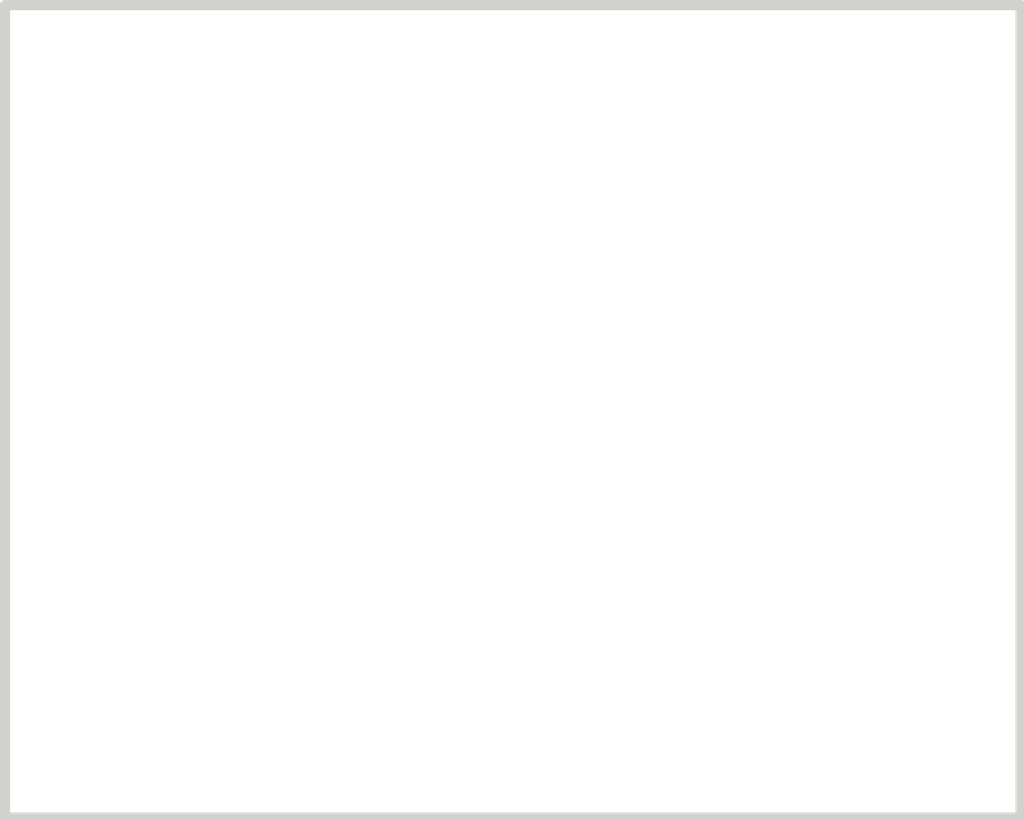
<source format=kicad_pcb>
(kicad_pcb (version 20211014) (generator pcbnew)

  (general
    (thickness 1.6)
  )

  (paper "A4")
  (layers
    (0 "F.Cu" signal)
    (31 "B.Cu" signal)
    (32 "B.Adhes" user "B.Adhesive")
    (33 "F.Adhes" user "F.Adhesive")
    (34 "B.Paste" user)
    (35 "F.Paste" user)
    (36 "B.SilkS" user "B.Silkscreen")
    (37 "F.SilkS" user "F.Silkscreen")
    (38 "B.Mask" user)
    (39 "F.Mask" user)
    (40 "Dwgs.User" user "User.Drawings")
    (41 "Cmts.User" user "User.Comments")
    (42 "Eco1.User" user "User.Eco1")
    (43 "Eco2.User" user "User.Eco2")
    (44 "Edge.Cuts" user)
    (45 "Margin" user)
    (46 "B.CrtYd" user "B.Courtyard")
    (47 "F.CrtYd" user "F.Courtyard")
    (48 "B.Fab" user)
    (49 "F.Fab" user)
    (50 "User.1" user)
    (51 "User.2" user)
    (52 "User.3" user)
    (53 "User.4" user)
    (54 "User.5" user)
    (55 "User.6" user)
    (56 "User.7" user)
    (57 "User.8" user)
    (58 "User.9" user)
  )

  (setup
    (pad_to_mask_clearance 0)
    (pcbplotparams
      (layerselection 0x00010fc_ffffffff)
      (disableapertmacros false)
      (usegerberextensions false)
      (usegerberattributes true)
      (usegerberadvancedattributes true)
      (creategerberjobfile true)
      (svguseinch false)
      (svgprecision 6)
      (excludeedgelayer true)
      (plotframeref false)
      (viasonmask false)
      (mode 1)
      (useauxorigin false)
      (hpglpennumber 1)
      (hpglpenspeed 20)
      (hpglpendiameter 15.000000)
      (dxfpolygonmode true)
      (dxfimperialunits true)
      (dxfusepcbnewfont true)
      (psnegative false)
      (psa4output false)
      (plotreference true)
      (plotvalue true)
      (plotinvisibletext false)
      (sketchpadsonfab false)
      (subtractmaskfromsilk false)
      (outputformat 1)
      (mirror false)
      (drillshape 1)
      (scaleselection 1)
      (outputdirectory "")
    )
  )

  (net 0 "")

  (gr_line (start 0 8) (end 0 0) (layer "Edge.Cuts") (width 0.1) (tstamp 5c2edfcc-3b1f-4a4c-9ca9-52248d7d3901))
  (gr_line (start 10 0) (end 10 8) (layer "Edge.Cuts") (width 0.1) (tstamp a1545928-1195-40b9-b3c4-78f837012afb))
  (gr_line (start 10 8) (end 0 8) (layer "Edge.Cuts") (width 0.1) (tstamp aae408f5-52e6-4f1c-9894-417c59aa50cc))
  (gr_line (start 0 0) (end 10 0) (layer "Edge.Cuts") (width 0.1) (tstamp e72a1ff5-e416-48ff-99ef-02f7fadabaf7))

)

</source>
